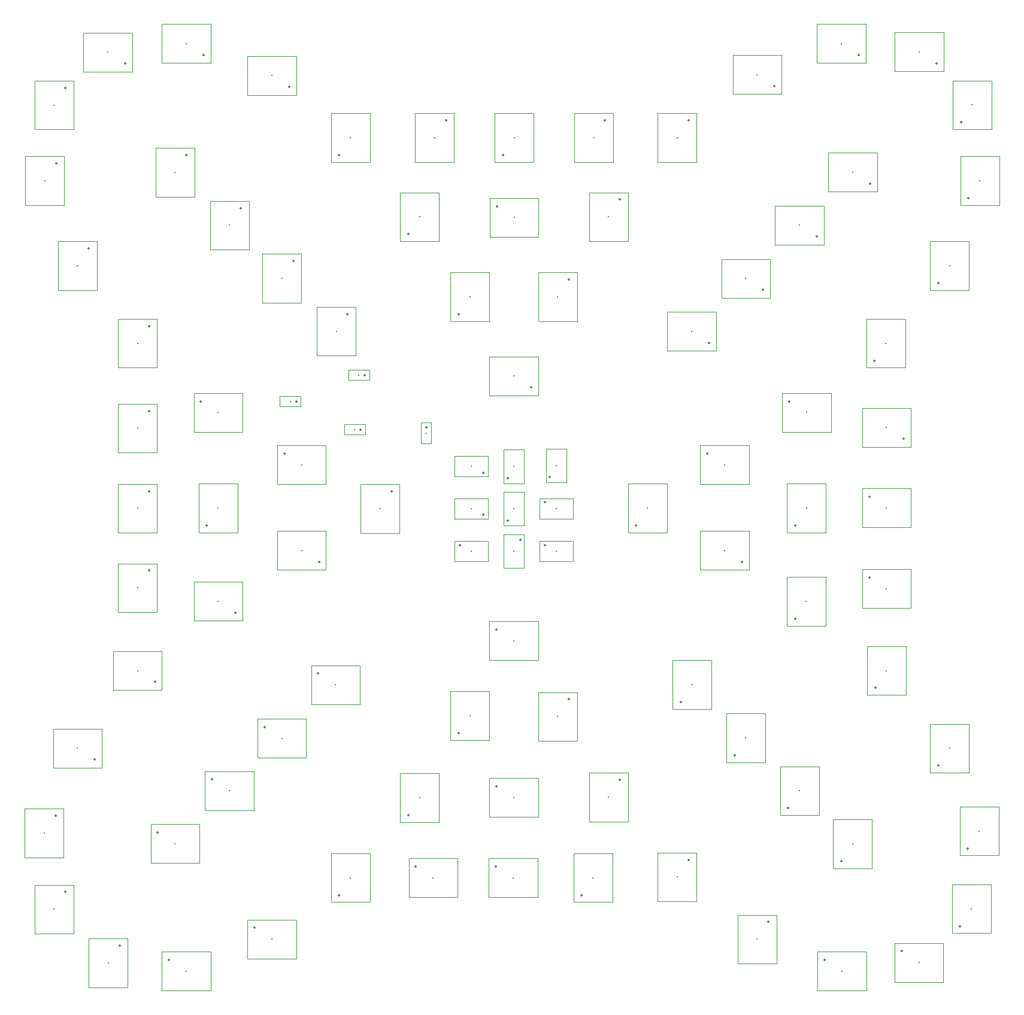
<source format=gbr>
%TF.GenerationSoftware,KiCad,Pcbnew,(6.0.5)*%
%TF.CreationDate,2022-06-08T12:49:44+02:00*%
%TF.ProjectId,FieldBoard,4669656c-6442-46f6-9172-642e6b696361,rev?*%
%TF.SameCoordinates,Original*%
%TF.FileFunction,Component,L1,Top*%
%TF.FilePolarity,Positive*%
%FSLAX46Y46*%
G04 Gerber Fmt 4.6, Leading zero omitted, Abs format (unit mm)*
G04 Created by KiCad (PCBNEW (6.0.5)) date 2022-06-08 12:49:44*
%MOMM*%
%LPD*%
G01*
G04 APERTURE LIST*
%TA.AperFunction,ComponentMain*%
%ADD10C,0.300000*%
%TD*%
%TA.AperFunction,ComponentOutline,Courtyard*%
%ADD11C,0.100000*%
%TD*%
%TA.AperFunction,ComponentPin*%
%ADD12P,0.360000X4X0.000000*%
%TD*%
%TA.AperFunction,ComponentPin*%
%ADD13C,0.000000*%
%TD*%
%TA.AperFunction,ComponentOutline,Footprint*%
%ADD14C,0.100000*%
%TD*%
G04 APERTURE END LIST*
D10*
%TO.C,"POS32"*%
%TO.CFtp,"LED_WS2812B_PLCC4_5.0x5.0mm_P3.2mm"*%
%TO.CVal,"WS2812-4020_dual"*%
%TO.CLbN,"LED_SMD"*%
%TO.CMnt,SMD*%
%TO.CRot,0*%
X132399989Y-141799996D03*
D11*
X135849988Y-144549995D02*
X128949990Y-144549995D01*
X128949990Y-139049997D01*
X135849988Y-139049997D01*
X135849988Y-144549995D01*
D12*
%TO.P,"POS32","1","VDD"*%
X129949989Y-140199996D03*
D13*
%TO.P,"POS32","2","DOUT"*%
X129949989Y-143399996D03*
%TO.P,"POS32","3","VSS"*%
X134849989Y-143399996D03*
%TO.P,"POS32","4","DIN"*%
X134849989Y-140199996D03*
%TD*%
D10*
%TO.C,"POS26"*%
%TO.CFtp,"LED_WS2812B_PLCC4_5.0x5.0mm_P3.2mm"*%
%TO.CVal,"WS2812-4020_dual"*%
%TO.CLbN,"LED_SMD"*%
%TO.CMnt,SMD*%
%TO.CRot,180*%
X196499988Y-78099996D03*
D11*
X199949987Y-80849995D02*
X193049989Y-80849995D01*
X193049989Y-75349997D01*
X199949987Y-75349997D01*
X199949987Y-80849995D01*
D12*
%TO.P,"POS26","1","VDD"*%
X198949988Y-79699996D03*
D13*
%TO.P,"POS26","2","DOUT"*%
X198949988Y-76499996D03*
%TO.P,"POS26","3","VSS"*%
X194049988Y-76499996D03*
%TO.P,"POS26","4","DIN"*%
X194049988Y-79699996D03*
%TD*%
D10*
%TO.C,"LED1"*%
%TO.CFtp,"WS2812-mini"*%
%TO.CVal,"WS2812-4020_single"*%
%TO.CLbN,"FieldBoard_footprint"*%
%TO.CMnt,TH*%
%TO.CRot,180*%
X137799992Y-83600000D03*
D14*
X140189992Y-85040000D02*
X140189992Y-82160000D01*
X135409992Y-82160000D01*
X135409992Y-85040000D01*
X140189992Y-85040000D01*
D12*
%TO.P,"LED1","1","VDD"*%
X139439992Y-84490000D03*
D13*
%TO.P,"LED1","2","DOUT"*%
X139439992Y-82710000D03*
%TO.P,"LED1","3","VSS"*%
X136159992Y-82710000D03*
%TO.P,"LED1","4","DIN"*%
X136159992Y-84490000D03*
%TD*%
D10*
%TO.C,"POS20"*%
%TO.CFtp,"LED_WS2812B_PLCC4_5.0x5.0mm_P3.2mm"*%
%TO.CVal,"WS2812-4020_dual"*%
%TO.CLbN,"LED_SMD"*%
%TO.CMnt,SMD*%
%TO.CRot,-90*%
X90599997Y-78199996D03*
D11*
X93349996Y-81649995D02*
X87849998Y-81649995D01*
X87849998Y-74749997D01*
X93349996Y-74749997D01*
X93349996Y-81649995D01*
D12*
%TO.P,"POS20","1","VDD"*%
X92199997Y-75749996D03*
D13*
%TO.P,"POS20","2","DOUT"*%
X88999997Y-75749996D03*
%TO.P,"POS20","3","VSS"*%
X88999997Y-80649996D03*
%TO.P,"POS20","4","DIN"*%
X92199997Y-80649996D03*
%TD*%
D10*
%TO.C,"POS46"*%
%TO.CFtp,"LED_WS2812B_PLCC4_5.0x5.0mm_P3.2mm"*%
%TO.CVal,"WS2812-4020_dual"*%
%TO.CLbN,"LED_SMD"*%
%TO.CMnt,SMD*%
%TO.CRot,-90*%
X157200000Y-48300000D03*
D11*
X159949999Y-51749999D02*
X154450001Y-51749999D01*
X154450001Y-44850001D01*
X159949999Y-44850001D01*
X159949999Y-51749999D01*
D12*
%TO.P,"POS46","1","VDD"*%
X158800000Y-45850000D03*
D13*
%TO.P,"POS46","2","DOUT"*%
X155600000Y-45850000D03*
%TO.P,"POS46","3","VSS"*%
X155600000Y-50750000D03*
%TO.P,"POS46","4","DIN"*%
X158800000Y-50750000D03*
%TD*%
D10*
%TO.C,"POS70"*%
%TO.CFtp,"LED_WS2812B_PLCC4_5.0x5.0mm_P3.2mm"*%
%TO.CVal,"WS2812-4020_dual"*%
%TO.CLbN,"LED_SMD"*%
%TO.CMnt,SMD*%
%TO.CRot,0*%
X143800000Y-108300000D03*
D11*
X147249999Y-111049999D02*
X140350001Y-111049999D01*
X140350001Y-105550001D01*
X147249999Y-105550001D01*
X147249999Y-111049999D01*
D12*
%TO.P,"POS70","1","VDD"*%
X141350000Y-106700000D03*
D13*
%TO.P,"POS70","2","DOUT"*%
X141350000Y-109900000D03*
%TO.P,"POS70","3","VSS"*%
X146250000Y-109900000D03*
%TO.P,"POS70","4","DIN"*%
X146250000Y-106700000D03*
%TD*%
D10*
%TO.C,"FIN2"*%
%TO.CFtp,"LED_WS2812B_PLCC4_5.0x5.0mm_P3.2mm"*%
%TO.CVal,"WS2812-4020_dual"*%
%TO.CLbN,"LED_SMD"*%
%TO.CMnt,SMD*%
%TO.CRot,-90*%
X111000000Y-57000000D03*
D11*
X113749999Y-60449999D02*
X108250001Y-60449999D01*
X108250001Y-53550001D01*
X113749999Y-53550001D01*
X113749999Y-60449999D01*
D12*
%TO.P,"FIN2","1","VDD"*%
X112600000Y-54550000D03*
D13*
%TO.P,"FIN2","2","DOUT"*%
X109400000Y-54550000D03*
%TO.P,"FIN2","3","VSS"*%
X109400000Y-59450000D03*
%TO.P,"FIN2","4","DIN"*%
X112600000Y-59450000D03*
%TD*%
D10*
%TO.C,"POS55"*%
%TO.CFtp,"LED_WS2812B_PLCC4_5.0x5.0mm_P3.2mm"*%
%TO.CVal,"WS2812-4020_dual"*%
%TO.CLbN,"LED_SMD"*%
%TO.CMnt,SMD*%
%TO.CRot,0*%
X185200000Y-76000000D03*
D11*
X188649999Y-78749999D02*
X181750001Y-78749999D01*
X181750001Y-73250001D01*
X188649999Y-73250001D01*
X188649999Y-78749999D01*
D12*
%TO.P,"POS55","1","VDD"*%
X182750000Y-74400000D03*
D13*
%TO.P,"POS55","2","DOUT"*%
X182750000Y-77600000D03*
%TO.P,"POS55","3","VSS"*%
X187650000Y-77600000D03*
%TO.P,"POS55","4","DIN"*%
X187650000Y-74400000D03*
%TD*%
D10*
%TO.C,"POS19"*%
%TO.CFtp,"LED_WS2812B_PLCC4_5.0x5.0mm_P3.2mm"*%
%TO.CVal,"WS2812-4020_dual"*%
%TO.CLbN,"LED_SMD"*%
%TO.CMnt,SMD*%
%TO.CRot,-90*%
X90599997Y-89550011D03*
D11*
X93349996Y-93000010D02*
X87849998Y-93000010D01*
X87849998Y-86100012D01*
X93349996Y-86100012D01*
X93349996Y-93000010D01*
D12*
%TO.P,"POS19","1","VDD"*%
X92199997Y-87100011D03*
D13*
%TO.P,"POS19","2","DOUT"*%
X88999997Y-87100011D03*
%TO.P,"POS19","3","VSS"*%
X88999997Y-92000011D03*
%TO.P,"POS19","4","DIN"*%
X92199997Y-92000011D03*
%TD*%
D10*
%TO.C,"POS63"*%
%TO.CFtp,"LED_WS2812B_PLCC4_5.0x5.0mm_P3.2mm"*%
%TO.CVal,"WS2812-4020_dual"*%
%TO.CLbN,"LED_SMD"*%
%TO.CMnt,SMD*%
%TO.CRot,90*%
X208500000Y-146200000D03*
D11*
X211249999Y-149649999D02*
X205750001Y-149649999D01*
X205750001Y-142750001D01*
X211249999Y-142750001D01*
X211249999Y-149649999D01*
D12*
%TO.P,"POS63","1","VDD"*%
X206900000Y-148650000D03*
D13*
%TO.P,"POS63","2","DOUT"*%
X210100000Y-148650000D03*
%TO.P,"POS63","3","VSS"*%
X210100000Y-143750000D03*
%TO.P,"POS63","4","DIN"*%
X206900000Y-143750000D03*
%TD*%
D10*
%TO.C,"R2"*%
%TO.CFtp,"R_0603_1608Metric"*%
%TO.CVal,"470R"*%
%TO.CLbN,"Resistor_SMD"*%
%TO.CMnt,SMD*%
%TO.CRot,180*%
X112200000Y-74400000D03*
D11*
X113679999Y-75129999D02*
X110720001Y-75129999D01*
X110720001Y-73670001D01*
X113679999Y-73670001D01*
X113679999Y-75129999D01*
D12*
%TO.P,"R2","1"*%
X113025000Y-74400000D03*
D13*
%TO.P,"R2","2"*%
X111375000Y-74400000D03*
%TD*%
D10*
%TO.C,"POS76"*%
%TO.CFtp,"LED_WS2812B_PLCC4_5.0x5.0mm_P3.2mm"*%
%TO.CVal,"WS2812-4020_dual"*%
%TO.CLbN,"LED_SMD"*%
%TO.CMnt,SMD*%
%TO.CRot,-90*%
X86453033Y-153867677D03*
D11*
X89203032Y-157317676D02*
X83703034Y-157317676D01*
X83703034Y-150417678D01*
X89203032Y-150417678D01*
X89203032Y-157317676D01*
D12*
%TO.P,"POS76","1","VDD"*%
X88053033Y-151417677D03*
D13*
%TO.P,"POS76","2","DOUT"*%
X84853033Y-151417677D03*
%TO.P,"POS76","3","VSS"*%
X84853033Y-156317677D03*
%TO.P,"POS76","4","DIN"*%
X88053033Y-156317677D03*
%TD*%
D10*
%TO.C,"POS17"*%
%TO.CFtp,"LED_WS2812B_PLCC4_5.0x5.0mm_P3.2mm"*%
%TO.CVal,"WS2812-4020_dual"*%
%TO.CLbN,"LED_SMD"*%
%TO.CMnt,SMD*%
%TO.CRot,90*%
X101999999Y-89499999D03*
D11*
X104749998Y-92949998D02*
X99250000Y-92949998D01*
X99250000Y-86050000D01*
X104749998Y-86050000D01*
X104749998Y-92949998D01*
D12*
%TO.P,"POS17","1","VDD"*%
X100399999Y-91949999D03*
D13*
%TO.P,"POS17","2","DOUT"*%
X103599999Y-91949999D03*
%TO.P,"POS17","3","VSS"*%
X103599999Y-87049999D03*
%TO.P,"POS17","4","DIN"*%
X100399999Y-87049999D03*
%TD*%
D10*
%TO.C,"POS56"*%
%TO.CFtp,"LED_WS2812B_PLCC4_5.0x5.0mm_P3.2mm"*%
%TO.CVal,"WS2812-4020_dual"*%
%TO.CLbN,"LED_SMD"*%
%TO.CMnt,SMD*%
%TO.CRot,0*%
X173600000Y-83400000D03*
D11*
X177049999Y-86149999D02*
X170150001Y-86149999D01*
X170150001Y-80650001D01*
X177049999Y-80650001D01*
X177049999Y-86149999D01*
D12*
%TO.P,"POS56","1","VDD"*%
X171150000Y-81800000D03*
D13*
%TO.P,"POS56","2","DOUT"*%
X171150000Y-85000000D03*
%TO.P,"POS56","3","VSS"*%
X176050000Y-85000000D03*
%TO.P,"POS56","4","DIN"*%
X176050000Y-81800000D03*
%TD*%
D10*
%TO.C,"POS54"*%
%TO.CFtp,"LED_WS2812B_PLCC4_5.0x5.0mm_P3.2mm"*%
%TO.CVal,"WS2812-4020_dual"*%
%TO.CLbN,"LED_SMD"*%
%TO.CMnt,SMD*%
%TO.CRot,90*%
X196400000Y-66200000D03*
D11*
X199149999Y-69649999D02*
X193650001Y-69649999D01*
X193650001Y-62750001D01*
X199149999Y-62750001D01*
X199149999Y-69649999D01*
D12*
%TO.P,"POS54","1","VDD"*%
X194800000Y-68650000D03*
D13*
%TO.P,"POS54","2","DOUT"*%
X198000000Y-68650000D03*
%TO.P,"POS54","3","VSS"*%
X198000000Y-63750000D03*
%TO.P,"POS54","4","DIN"*%
X194800000Y-63750000D03*
%TD*%
D10*
%TO.C,"POS52"*%
%TO.CFtp,"LED_WS2812B_PLCC4_5.0x5.0mm_P3.2mm"*%
%TO.CVal,"WS2812-4020_dual"*%
%TO.CLbN,"LED_SMD"*%
%TO.CMnt,SMD*%
%TO.CRot,90*%
X209700000Y-43200000D03*
D11*
X212449999Y-46649999D02*
X206950001Y-46649999D01*
X206950001Y-39750001D01*
X212449999Y-39750001D01*
X212449999Y-46649999D01*
D12*
%TO.P,"POS52","1","VDD"*%
X208100000Y-45650000D03*
D13*
%TO.P,"POS52","2","DOUT"*%
X211300000Y-45650000D03*
%TO.P,"POS52","3","VSS"*%
X211300000Y-40750000D03*
%TO.P,"POS52","4","DIN"*%
X208100000Y-40750000D03*
%TD*%
D10*
%TO.C,"R3"*%
%TO.CFtp,"R_0603_1608Metric"*%
%TO.CVal,"470R"*%
%TO.CLbN,"Resistor_SMD"*%
%TO.CMnt,SMD*%
%TO.CRot,-90*%
X131400000Y-78900000D03*
D11*
X132129999Y-80379999D02*
X130670001Y-80379999D01*
X130670001Y-77420001D01*
X132129999Y-77420001D01*
X132129999Y-80379999D01*
D12*
%TO.P,"R3","1"*%
X131400000Y-78075000D03*
D13*
%TO.P,"R3","2"*%
X131400000Y-79725000D03*
%TD*%
D10*
%TO.C,"POS31"*%
%TO.CFtp,"LED_WS2812B_PLCC4_5.0x5.0mm_P3.2mm"*%
%TO.CVal,"WS2812-4020_dual"*%
%TO.CLbN,"LED_SMD"*%
%TO.CMnt,SMD*%
%TO.CRot,0*%
X143696969Y-141799996D03*
D11*
X147146968Y-144549995D02*
X140246970Y-144549995D01*
X140246970Y-139049997D01*
X147146968Y-139049997D01*
X147146968Y-144549995D01*
D12*
%TO.P,"POS31","1","VDD"*%
X141246969Y-140199996D03*
D13*
%TO.P,"POS31","2","DOUT"*%
X141246969Y-143399996D03*
%TO.P,"POS31","3","VSS"*%
X146146969Y-143399996D03*
%TO.P,"POS31","4","DIN"*%
X146146969Y-140199996D03*
%TD*%
D10*
%TO.C,"POS18"*%
%TO.CFtp,"LED_WS2812B_PLCC4_5.0x5.0mm_P3.2mm"*%
%TO.CVal,"WS2812-4020_dual"*%
%TO.CLbN,"LED_SMD"*%
%TO.CMnt,SMD*%
%TO.CRot,-90*%
X90599997Y-100800000D03*
D11*
X93349996Y-104249999D02*
X87849998Y-104249999D01*
X87849998Y-97350001D01*
X93349996Y-97350001D01*
X93349996Y-104249999D01*
D12*
%TO.P,"POS18","1","VDD"*%
X92199997Y-98350000D03*
D13*
%TO.P,"POS18","2","DOUT"*%
X88999997Y-98350000D03*
%TO.P,"POS18","3","VSS"*%
X88999997Y-103250000D03*
%TO.P,"POS18","4","DIN"*%
X92199997Y-103250000D03*
%TD*%
D10*
%TO.C,"POS50"*%
%TO.CFtp,"LED_WS2812B_PLCC4_5.0x5.0mm_P3.2mm"*%
%TO.CVal,"WS2812-4020_dual"*%
%TO.CLbN,"LED_SMD"*%
%TO.CMnt,SMD*%
%TO.CRot,180*%
X201100000Y-24967677D03*
D11*
X204549999Y-27717676D02*
X197650001Y-27717676D01*
X197650001Y-22217678D01*
X204549999Y-22217678D01*
X204549999Y-27717676D01*
D12*
%TO.P,"POS50","1","VDD"*%
X203550000Y-26567677D03*
D13*
%TO.P,"POS50","2","DOUT"*%
X203550000Y-23367677D03*
%TO.P,"POS50","3","VSS"*%
X198650000Y-23367677D03*
%TO.P,"POS50","4","DIN"*%
X198650000Y-26567677D03*
%TD*%
D10*
%TO.C,"LED9"*%
%TO.CFtp,"WS2812-mini"*%
%TO.CVal,"WS2812-4020_single"*%
%TO.CLbN,"FieldBoard_footprint"*%
%TO.CMnt,TH*%
%TO.CRot,90*%
X143799992Y-89608838D03*
D14*
X142359992Y-91998838D02*
X145239992Y-91998838D01*
X145239992Y-87218838D01*
X142359992Y-87218838D01*
X142359992Y-91998838D01*
D12*
%TO.P,"LED9","1","VDD"*%
X142909992Y-91248838D03*
D13*
%TO.P,"LED9","2","DOUT"*%
X144689992Y-91248838D03*
%TO.P,"LED9","3","VSS"*%
X144689992Y-87968838D03*
%TO.P,"LED9","4","DIN"*%
X142909992Y-87968838D03*
%TD*%
D10*
%TO.C,"POS40"*%
%TO.CFtp,"LED_WS2812B_PLCC4_5.0x5.0mm_P3.2mm"*%
%TO.CVal,"WS2812-4020_dual"*%
%TO.CLbN,"LED_SMD"*%
%TO.CMnt,SMD*%
%TO.CRot,180*%
X109600000Y-28300000D03*
D11*
X113049999Y-31049999D02*
X106150001Y-31049999D01*
X106150001Y-25550001D01*
X113049999Y-25550001D01*
X113049999Y-31049999D01*
D12*
%TO.P,"POS40","1","VDD"*%
X112050000Y-29900000D03*
D13*
%TO.P,"POS40","2","DOUT"*%
X112050000Y-26700000D03*
%TO.P,"POS40","3","VSS"*%
X107150000Y-26700000D03*
%TO.P,"POS40","4","DIN"*%
X107150000Y-29900000D03*
%TD*%
D10*
%TO.C,"POS53"*%
%TO.CFtp,"LED_WS2812B_PLCC4_5.0x5.0mm_P3.2mm"*%
%TO.CVal,"WS2812-4020_dual"*%
%TO.CLbN,"LED_SMD"*%
%TO.CMnt,SMD*%
%TO.CRot,90*%
X205400000Y-55200000D03*
D11*
X208149999Y-58649999D02*
X202650001Y-58649999D01*
X202650001Y-51750001D01*
X208149999Y-51750001D01*
X208149999Y-58649999D01*
D12*
%TO.P,"POS53","1","VDD"*%
X203800000Y-57650000D03*
D13*
%TO.P,"POS53","2","DOUT"*%
X207000000Y-57650000D03*
%TO.P,"POS53","3","VSS"*%
X207000000Y-52750000D03*
%TO.P,"POS53","4","DIN"*%
X203800000Y-52750000D03*
%TD*%
D10*
%TO.C,"LED7"*%
%TO.CFtp,"WS2812-mini"*%
%TO.CVal,"WS2812-4020_single"*%
%TO.CLbN,"FieldBoard_footprint"*%
%TO.CMnt,TH*%
%TO.CRot,0*%
X137799992Y-95608851D03*
D14*
X135409992Y-94168851D02*
X135409992Y-97048851D01*
X140189992Y-97048851D01*
X140189992Y-94168851D01*
X135409992Y-94168851D01*
D12*
%TO.P,"LED7","1","VDD"*%
X136159992Y-94718851D03*
D13*
%TO.P,"LED7","2","DOUT"*%
X136159992Y-96498851D03*
%TO.P,"LED7","3","VSS"*%
X139439992Y-96498851D03*
%TO.P,"LED7","4","DIN"*%
X139439992Y-94718851D03*
%TD*%
D10*
%TO.C,"POS24"*%
%TO.CFtp,"LED_WS2812B_PLCC4_5.0x5.0mm_P3.2mm"*%
%TO.CVal,"WS2812-4020_dual"*%
%TO.CLbN,"LED_SMD"*%
%TO.CMnt,SMD*%
%TO.CRot,-90*%
X155099995Y-37100000D03*
D11*
X157849994Y-40549999D02*
X152349996Y-40549999D01*
X152349996Y-33650001D01*
X157849994Y-33650001D01*
X157849994Y-40549999D01*
D12*
%TO.P,"POS24","1","VDD"*%
X156699995Y-34650000D03*
D13*
%TO.P,"POS24","2","DOUT"*%
X153499995Y-34650000D03*
%TO.P,"POS24","3","VSS"*%
X153499995Y-39550000D03*
%TO.P,"POS24","4","DIN"*%
X156699995Y-39550000D03*
%TD*%
D10*
%TO.C,"POS80"*%
%TO.CFtp,"LED_WS2812B_PLCC4_5.0x5.0mm_P3.2mm"*%
%TO.CVal,"WS2812-4020_dual"*%
%TO.CLbN,"LED_SMD"*%
%TO.CMnt,SMD*%
%TO.CRot,180*%
X90600000Y-112500000D03*
D11*
X94049999Y-115249999D02*
X87150001Y-115249999D01*
X87150001Y-109750001D01*
X94049999Y-109750001D01*
X94049999Y-115249999D01*
D12*
%TO.P,"POS80","1","VDD"*%
X93050000Y-114100000D03*
D13*
%TO.P,"POS80","2","DOUT"*%
X93050000Y-110900000D03*
%TO.P,"POS80","3","VSS"*%
X88150000Y-110900000D03*
%TO.P,"POS80","4","DIN"*%
X88150000Y-114100000D03*
%TD*%
D10*
%TO.C,"POS47"*%
%TO.CFtp,"LED_WS2812B_PLCC4_5.0x5.0mm_P3.2mm"*%
%TO.CVal,"WS2812-4020_dual"*%
%TO.CLbN,"LED_SMD"*%
%TO.CMnt,SMD*%
%TO.CRot,-90*%
X166900000Y-37100000D03*
D11*
X169649999Y-40549999D02*
X164150001Y-40549999D01*
X164150001Y-33650001D01*
X169649999Y-33650001D01*
X169649999Y-40549999D01*
D12*
%TO.P,"POS47","1","VDD"*%
X168500000Y-34650000D03*
D13*
%TO.P,"POS47","2","DOUT"*%
X165300000Y-34650000D03*
%TO.P,"POS47","3","VSS"*%
X165300000Y-39550000D03*
%TO.P,"POS47","4","DIN"*%
X168500000Y-39550000D03*
%TD*%
D10*
%TO.C,"POS30"*%
%TO.CFtp,"LED_WS2812B_PLCC4_5.0x5.0mm_P3.2mm"*%
%TO.CVal,"WS2812-4020_dual"*%
%TO.CLbN,"LED_SMD"*%
%TO.CMnt,SMD*%
%TO.CRot,90*%
X154999995Y-141799996D03*
D11*
X157749994Y-145249995D02*
X152249996Y-145249995D01*
X152249996Y-138349997D01*
X157749994Y-138349997D01*
X157749994Y-145249995D01*
D12*
%TO.P,"POS30","1","VDD"*%
X153399995Y-144249996D03*
D13*
%TO.P,"POS30","2","DOUT"*%
X156599995Y-144249996D03*
%TO.P,"POS30","3","VSS"*%
X156599995Y-139349996D03*
%TO.P,"POS30","4","DIN"*%
X153399995Y-139349996D03*
%TD*%
D10*
%TO.C,"FIN8"*%
%TO.CFtp,"LED_WS2812B_PLCC4_5.0x5.0mm_P3.2mm"*%
%TO.CVal,"WS2812-4020_dual"*%
%TO.CLbN,"LED_SMD"*%
%TO.CMnt,SMD*%
%TO.CRot,180*%
X191700000Y-42000000D03*
D11*
X195149999Y-44749999D02*
X188250001Y-44749999D01*
X188250001Y-39250001D01*
X195149999Y-39250001D01*
X195149999Y-44749999D01*
D12*
%TO.P,"FIN8","1","VDD"*%
X194150000Y-43600000D03*
D13*
%TO.P,"FIN8","2","DOUT"*%
X194150000Y-40400000D03*
%TO.P,"FIN8","3","VSS"*%
X189250000Y-40400000D03*
%TO.P,"FIN8","4","DIN"*%
X189250000Y-43600000D03*
%TD*%
D10*
%TO.C,"FIN12"*%
%TO.CFtp,"LED_WS2812B_PLCC4_5.0x5.0mm_P3.2mm"*%
%TO.CVal,"WS2812-4020_dual"*%
%TO.CLbN,"LED_SMD"*%
%TO.CMnt,SMD*%
%TO.CRot,90*%
X191700000Y-137000000D03*
D11*
X194449999Y-140449999D02*
X188950001Y-140449999D01*
X188950001Y-133550001D01*
X194449999Y-133550001D01*
X194449999Y-140449999D01*
D12*
%TO.P,"FIN12","1","VDD"*%
X190100000Y-139450000D03*
D13*
%TO.P,"FIN12","2","DOUT"*%
X193300000Y-139450000D03*
%TO.P,"FIN12","3","VSS"*%
X193300000Y-134550000D03*
%TO.P,"FIN12","4","DIN"*%
X190100000Y-134550000D03*
%TD*%
D10*
%TO.C,"FIN16"*%
%TO.CFtp,"LED_WS2812B_PLCC4_5.0x5.0mm_P3.2mm"*%
%TO.CVal,"WS2812-4020_dual"*%
%TO.CLbN,"LED_SMD"*%
%TO.CMnt,SMD*%
%TO.CRot,0*%
X95900000Y-137000000D03*
D11*
X99349999Y-139749999D02*
X92450001Y-139749999D01*
X92450001Y-134250001D01*
X99349999Y-134250001D01*
X99349999Y-139749999D01*
D12*
%TO.P,"FIN16","1","VDD"*%
X93450000Y-135400000D03*
D13*
%TO.P,"FIN16","2","DOUT"*%
X93450000Y-138600000D03*
%TO.P,"FIN16","3","VSS"*%
X98350000Y-138600000D03*
%TO.P,"FIN16","4","DIN"*%
X98350000Y-135400000D03*
%TD*%
D10*
%TO.C,"FIN11"*%
%TO.CFtp,"LED_WS2812B_PLCC4_5.0x5.0mm_P3.2mm"*%
%TO.CVal,"WS2812-4020_dual"*%
%TO.CLbN,"LED_SMD"*%
%TO.CMnt,SMD*%
%TO.CRot,90*%
X184200000Y-129500000D03*
D11*
X186949999Y-132949999D02*
X181450001Y-132949999D01*
X181450001Y-126050001D01*
X186949999Y-126050001D01*
X186949999Y-132949999D01*
D12*
%TO.P,"FIN11","1","VDD"*%
X182600000Y-131950000D03*
D13*
%TO.P,"FIN11","2","DOUT"*%
X185800000Y-131950000D03*
%TO.P,"FIN11","3","VSS"*%
X185800000Y-127050000D03*
%TO.P,"FIN11","4","DIN"*%
X182600000Y-127050000D03*
%TD*%
D10*
%TO.C,"POS27"*%
%TO.CFtp,"LED_WS2812B_PLCC4_5.0x5.0mm_P3.2mm"*%
%TO.CVal,"WS2812-4020_dual"*%
%TO.CLbN,"LED_SMD"*%
%TO.CMnt,SMD*%
%TO.CRot,0*%
X196499988Y-89496976D03*
D11*
X199949987Y-92246975D02*
X193049989Y-92246975D01*
X193049989Y-86746977D01*
X199949987Y-86746977D01*
X199949987Y-92246975D01*
D12*
%TO.P,"POS27","1","VDD"*%
X194049988Y-87896976D03*
D13*
%TO.P,"POS27","2","DOUT"*%
X194049988Y-91096976D03*
%TO.P,"POS27","3","VSS"*%
X198949988Y-91096976D03*
%TO.P,"POS27","4","DIN"*%
X198949988Y-87896976D03*
%TD*%
D10*
%TO.C,"POS77"*%
%TO.CFtp,"LED_WS2812B_PLCC4_5.0x5.0mm_P3.2mm"*%
%TO.CVal,"WS2812-4020_dual"*%
%TO.CLbN,"LED_SMD"*%
%TO.CMnt,SMD*%
%TO.CRot,-90*%
X78800000Y-146267677D03*
D11*
X81549999Y-149717676D02*
X76050001Y-149717676D01*
X76050001Y-142817678D01*
X81549999Y-142817678D01*
X81549999Y-149717676D01*
D12*
%TO.P,"POS77","1","VDD"*%
X80400000Y-143817677D03*
D13*
%TO.P,"POS77","2","DOUT"*%
X77200000Y-143817677D03*
%TO.P,"POS77","3","VSS"*%
X77200000Y-148717677D03*
%TO.P,"POS77","4","DIN"*%
X80400000Y-148717677D03*
%TD*%
D10*
%TO.C,"FIN7"*%
%TO.CFtp,"LED_WS2812B_PLCC4_5.0x5.0mm_P3.2mm"*%
%TO.CVal,"WS2812-4020_dual"*%
%TO.CLbN,"LED_SMD"*%
%TO.CMnt,SMD*%
%TO.CRot,180*%
X184200000Y-49500000D03*
D11*
X187649999Y-52249999D02*
X180750001Y-52249999D01*
X180750001Y-46750001D01*
X187649999Y-46750001D01*
X187649999Y-52249999D01*
D12*
%TO.P,"FIN7","1","VDD"*%
X186650000Y-51100000D03*
D13*
%TO.P,"FIN7","2","DOUT"*%
X186650000Y-47900000D03*
%TO.P,"FIN7","3","VSS"*%
X181750000Y-47900000D03*
%TO.P,"FIN7","4","DIN"*%
X181750000Y-51100000D03*
%TD*%
D10*
%TO.C,"POS23"*%
%TO.CFtp,"LED_WS2812B_PLCC4_5.0x5.0mm_P3.2mm"*%
%TO.CVal,"WS2812-4020_dual"*%
%TO.CLbN,"LED_SMD"*%
%TO.CMnt,SMD*%
%TO.CRot,90*%
X143850004Y-37100000D03*
D11*
X146600003Y-40549999D02*
X141100005Y-40549999D01*
X141100005Y-33650001D01*
X146600003Y-33650001D01*
X146600003Y-40549999D01*
D12*
%TO.P,"POS23","1","VDD"*%
X142250004Y-39550000D03*
D13*
%TO.P,"POS23","2","DOUT"*%
X145450004Y-39550000D03*
%TO.P,"POS23","3","VSS"*%
X145450004Y-34650000D03*
%TO.P,"POS23","4","DIN"*%
X142250004Y-34650000D03*
%TD*%
D10*
%TO.C,"POS45"*%
%TO.CFtp,"LED_WS2812B_PLCC4_5.0x5.0mm_P3.2mm"*%
%TO.CVal,"WS2812-4020_dual"*%
%TO.CLbN,"LED_SMD"*%
%TO.CMnt,SMD*%
%TO.CRot,-90*%
X150000000Y-59600000D03*
D11*
X152749999Y-63049999D02*
X147250001Y-63049999D01*
X147250001Y-56150001D01*
X152749999Y-56150001D01*
X152749999Y-63049999D01*
D12*
%TO.P,"POS45","1","VDD"*%
X151600000Y-57150000D03*
D13*
%TO.P,"POS45","2","DOUT"*%
X148400000Y-57150000D03*
%TO.P,"POS45","3","VSS"*%
X148400000Y-62050000D03*
%TO.P,"POS45","4","DIN"*%
X151600000Y-62050000D03*
%TD*%
D10*
%TO.C,"FIN5"*%
%TO.CFtp,"LED_WS2812B_PLCC4_5.0x5.0mm_P3.2mm"*%
%TO.CVal,"WS2812-4020_dual"*%
%TO.CLbN,"LED_SMD"*%
%TO.CMnt,SMD*%
%TO.CRot,180*%
X168950000Y-64500000D03*
D11*
X172399999Y-67249999D02*
X165500001Y-67249999D01*
X165500001Y-61750001D01*
X172399999Y-61750001D01*
X172399999Y-67249999D01*
D12*
%TO.P,"FIN5","1","VDD"*%
X171400000Y-66100000D03*
D13*
%TO.P,"FIN5","2","DOUT"*%
X171400000Y-62900000D03*
%TO.P,"FIN5","3","VSS"*%
X166500000Y-62900000D03*
%TO.P,"FIN5","4","DIN"*%
X166500000Y-66100000D03*
%TD*%
D10*
%TO.C,"POS72"*%
%TO.CFtp,"LED_WS2812B_PLCC4_5.0x5.0mm_P3.2mm"*%
%TO.CVal,"WS2812-4020_dual"*%
%TO.CLbN,"LED_SMD"*%
%TO.CMnt,SMD*%
%TO.CRot,90*%
X130500000Y-130500000D03*
D11*
X133249999Y-133949999D02*
X127750001Y-133949999D01*
X127750001Y-127050001D01*
X133249999Y-127050001D01*
X133249999Y-133949999D01*
D12*
%TO.P,"POS72","1","VDD"*%
X128900000Y-132950000D03*
D13*
%TO.P,"POS72","2","DOUT"*%
X132100000Y-132950000D03*
%TO.P,"POS72","3","VSS"*%
X132100000Y-128050000D03*
%TO.P,"POS72","4","DIN"*%
X128900000Y-128050000D03*
%TD*%
D10*
%TO.C,"POS61"*%
%TO.CFtp,"LED_WS2812B_PLCC4_5.0x5.0mm_P3.2mm"*%
%TO.CVal,"WS2812-4020_dual"*%
%TO.CLbN,"LED_SMD"*%
%TO.CMnt,SMD*%
%TO.CRot,90*%
X205399996Y-123500000D03*
D11*
X208149995Y-126949999D02*
X202649997Y-126949999D01*
X202649997Y-120050001D01*
X208149995Y-120050001D01*
X208149995Y-126949999D01*
D12*
%TO.P,"POS61","1","VDD"*%
X203799996Y-125950000D03*
D13*
%TO.P,"POS61","2","DOUT"*%
X206999996Y-125950000D03*
%TO.P,"POS61","3","VSS"*%
X206999996Y-121050000D03*
%TO.P,"POS61","4","DIN"*%
X203799996Y-121050000D03*
%TD*%
D10*
%TO.C,"POS29"*%
%TO.CFtp,"LED_WS2812B_PLCC4_5.0x5.0mm_P3.2mm"*%
%TO.CVal,"WS2812-4020_dual"*%
%TO.CLbN,"LED_SMD"*%
%TO.CMnt,SMD*%
%TO.CRot,0*%
X143799992Y-130482315D03*
D11*
X147249991Y-133232314D02*
X140349993Y-133232314D01*
X140349993Y-127732316D01*
X147249991Y-127732316D01*
X147249991Y-133232314D01*
D12*
%TO.P,"POS29","1","VDD"*%
X141349992Y-128882315D03*
D13*
%TO.P,"POS29","2","DOUT"*%
X141349992Y-132082315D03*
%TO.P,"POS29","3","VSS"*%
X146249992Y-132082315D03*
%TO.P,"POS29","4","DIN"*%
X146249992Y-128882315D03*
%TD*%
D10*
%TO.C,"LED8"*%
%TO.CFtp,"WS2812-mini"*%
%TO.CVal,"WS2812-4020_single"*%
%TO.CLbN,"FieldBoard_footprint"*%
%TO.CMnt,TH*%
%TO.CRot,180*%
X137799992Y-89558851D03*
D14*
X140189992Y-90998851D02*
X140189992Y-88118851D01*
X135409992Y-88118851D01*
X135409992Y-90998851D01*
X140189992Y-90998851D01*
D12*
%TO.P,"LED8","1","VDD"*%
X139439992Y-90448851D03*
D13*
%TO.P,"LED8","2","DOUT"*%
X139439992Y-88668851D03*
%TO.P,"LED8","3","VSS"*%
X136159992Y-88668851D03*
%TO.P,"LED8","4","DIN"*%
X136159992Y-90448851D03*
%TD*%
D10*
%TO.C,"FIN14"*%
%TO.CFtp,"LED_WS2812B_PLCC4_5.0x5.0mm_P3.2mm"*%
%TO.CVal,"WS2812-4020_dual"*%
%TO.CLbN,"LED_SMD"*%
%TO.CMnt,SMD*%
%TO.CRot,0*%
X111000000Y-122100000D03*
D11*
X114449999Y-124849999D02*
X107550001Y-124849999D01*
X107550001Y-119350001D01*
X114449999Y-119350001D01*
X114449999Y-124849999D01*
D12*
%TO.P,"FIN14","1","VDD"*%
X108550000Y-120500000D03*
D13*
%TO.P,"FIN14","2","DOUT"*%
X108550000Y-123700000D03*
%TO.P,"FIN14","3","VSS"*%
X113450000Y-123700000D03*
%TO.P,"FIN14","4","DIN"*%
X113450000Y-120500000D03*
%TD*%
D10*
%TO.C,"POS48"*%
%TO.CFtp,"LED_WS2812B_PLCC4_5.0x5.0mm_P3.2mm"*%
%TO.CVal,"WS2812-4020_dual"*%
%TO.CLbN,"LED_SMD"*%
%TO.CMnt,SMD*%
%TO.CRot,180*%
X178200000Y-28200000D03*
D11*
X181649999Y-30949999D02*
X174750001Y-30949999D01*
X174750001Y-25450001D01*
X181649999Y-25450001D01*
X181649999Y-30949999D01*
D12*
%TO.P,"POS48","1","VDD"*%
X180650000Y-29800000D03*
D13*
%TO.P,"POS48","2","DOUT"*%
X180650000Y-26600000D03*
%TO.P,"POS48","3","VSS"*%
X175750000Y-26600000D03*
%TO.P,"POS48","4","DIN"*%
X175750000Y-29800000D03*
%TD*%
D10*
%TO.C,"POS41"*%
%TO.CFtp,"LED_WS2812B_PLCC4_5.0x5.0mm_P3.2mm"*%
%TO.CVal,"WS2812-4020_dual"*%
%TO.CLbN,"LED_SMD"*%
%TO.CMnt,SMD*%
%TO.CRot,90*%
X120700000Y-37100000D03*
D11*
X123449999Y-40549999D02*
X117950001Y-40549999D01*
X117950001Y-33650001D01*
X123449999Y-33650001D01*
X123449999Y-40549999D01*
D12*
%TO.P,"POS41","1","VDD"*%
X119100000Y-39550000D03*
D13*
%TO.P,"POS41","2","DOUT"*%
X122300000Y-39550000D03*
%TO.P,"POS41","3","VSS"*%
X122300000Y-34650000D03*
%TO.P,"POS41","4","DIN"*%
X119100000Y-34650000D03*
%TD*%
D10*
%TO.C,"FIN3"*%
%TO.CFtp,"LED_WS2812B_PLCC4_5.0x5.0mm_P3.2mm"*%
%TO.CVal,"WS2812-4020_dual"*%
%TO.CLbN,"LED_SMD"*%
%TO.CMnt,SMD*%
%TO.CRot,-90*%
X103600000Y-49500000D03*
D11*
X106349999Y-52949999D02*
X100850001Y-52949999D01*
X100850001Y-46050001D01*
X106349999Y-46050001D01*
X106349999Y-52949999D01*
D12*
%TO.P,"FIN3","1","VDD"*%
X105200000Y-47050000D03*
D13*
%TO.P,"FIN3","2","DOUT"*%
X102000000Y-47050000D03*
%TO.P,"FIN3","3","VSS"*%
X102000000Y-51950000D03*
%TO.P,"FIN3","4","DIN"*%
X105200000Y-51950000D03*
%TD*%
D10*
%TO.C,"POS33"*%
%TO.CFtp,"LED_WS2812B_PLCC4_5.0x5.0mm_P3.2mm"*%
%TO.CVal,"WS2812-4020_dual"*%
%TO.CLbN,"LED_SMD"*%
%TO.CMnt,SMD*%
%TO.CRot,0*%
X101999999Y-76000000D03*
D11*
X105449998Y-78749999D02*
X98550000Y-78749999D01*
X98550000Y-73250001D01*
X105449998Y-73250001D01*
X105449998Y-78749999D01*
D12*
%TO.P,"POS33","1","VDD"*%
X99549999Y-74400000D03*
D13*
%TO.P,"POS33","2","DOUT"*%
X99549999Y-77600000D03*
%TO.P,"POS33","3","VSS"*%
X104449999Y-77600000D03*
%TO.P,"POS33","4","DIN"*%
X104449999Y-74400000D03*
%TD*%
D10*
%TO.C,"LED3"*%
%TO.CFtp,"WS2812-mini"*%
%TO.CVal,"WS2812-4020_single"*%
%TO.CLbN,"FieldBoard_footprint"*%
%TO.CMnt,TH*%
%TO.CRot,90*%
X149799992Y-83491172D03*
D14*
X148359992Y-85881172D02*
X151239992Y-85881172D01*
X151239992Y-81101172D01*
X148359992Y-81101172D01*
X148359992Y-85881172D01*
D12*
%TO.P,"LED3","1","VDD"*%
X148909992Y-85131172D03*
D13*
%TO.P,"LED3","2","DOUT"*%
X150689992Y-85131172D03*
%TO.P,"LED3","3","VSS"*%
X150689992Y-81851172D03*
%TO.P,"LED3","4","DIN"*%
X148909992Y-81851172D03*
%TD*%
D10*
%TO.C,"POS69"*%
%TO.CFtp,"LED_WS2812B_PLCC4_5.0x5.0mm_P3.2mm"*%
%TO.CVal,"WS2812-4020_dual"*%
%TO.CLbN,"LED_SMD"*%
%TO.CMnt,SMD*%
%TO.CRot,-90*%
X150000000Y-119000000D03*
D11*
X152749999Y-122449999D02*
X147250001Y-122449999D01*
X147250001Y-115550001D01*
X152749999Y-115550001D01*
X152749999Y-122449999D01*
D12*
%TO.P,"POS69","1","VDD"*%
X151600000Y-116550000D03*
D13*
%TO.P,"POS69","2","DOUT"*%
X148400000Y-116550000D03*
%TO.P,"POS69","3","VSS"*%
X148400000Y-121450000D03*
%TO.P,"POS69","4","DIN"*%
X151600000Y-121450000D03*
%TD*%
D10*
%TO.C,"POS84"*%
%TO.CFtp,"LED_WS2812B_PLCC4_5.0x5.0mm_P3.2mm"*%
%TO.CVal,"WS2812-4020_dual"*%
%TO.CLbN,"LED_SMD"*%
%TO.CMnt,SMD*%
%TO.CRot,0*%
X113800000Y-83400000D03*
D11*
X117249999Y-86149999D02*
X110350001Y-86149999D01*
X110350001Y-80650001D01*
X117249999Y-80650001D01*
X117249999Y-86149999D01*
D12*
%TO.P,"POS84","1","VDD"*%
X111350000Y-81800000D03*
D13*
%TO.P,"POS84","2","DOUT"*%
X111350000Y-85000000D03*
%TO.P,"POS84","3","VSS"*%
X116250000Y-85000000D03*
%TO.P,"POS84","4","DIN"*%
X116250000Y-81800000D03*
%TD*%
D10*
%TO.C,"POS79"*%
%TO.CFtp,"LED_WS2812B_PLCC4_5.0x5.0mm_P3.2mm"*%
%TO.CVal,"WS2812-4020_dual"*%
%TO.CLbN,"LED_SMD"*%
%TO.CMnt,SMD*%
%TO.CRot,180*%
X82100000Y-123500000D03*
D11*
X85549999Y-126249999D02*
X78650001Y-126249999D01*
X78650001Y-120750001D01*
X85549999Y-120750001D01*
X85549999Y-126249999D01*
D12*
%TO.P,"POS79","1","VDD"*%
X84550000Y-125100000D03*
D13*
%TO.P,"POS79","2","DOUT"*%
X84550000Y-121900000D03*
%TO.P,"POS79","3","VSS"*%
X79650000Y-121900000D03*
%TO.P,"POS79","4","DIN"*%
X79650000Y-125100000D03*
%TD*%
D10*
%TO.C,"POS78"*%
%TO.CFtp,"LED_WS2812B_PLCC4_5.0x5.0mm_P3.2mm"*%
%TO.CVal,"WS2812-4020_dual"*%
%TO.CLbN,"LED_SMD"*%
%TO.CMnt,SMD*%
%TO.CRot,-90*%
X77400000Y-135500000D03*
D11*
X80149999Y-138949999D02*
X74650001Y-138949999D01*
X74650001Y-132050001D01*
X80149999Y-132050001D01*
X80149999Y-138949999D01*
D12*
%TO.P,"POS78","1","VDD"*%
X79000000Y-133050000D03*
D13*
%TO.P,"POS78","2","DOUT"*%
X75800000Y-133050000D03*
%TO.P,"POS78","3","VSS"*%
X75800000Y-137950000D03*
%TO.P,"POS78","4","DIN"*%
X79000000Y-137950000D03*
%TD*%
D10*
%TO.C,"POS64"*%
%TO.CFtp,"LED_WS2812B_PLCC4_5.0x5.0mm_P3.2mm"*%
%TO.CVal,"WS2812-4020_dual"*%
%TO.CLbN,"LED_SMD"*%
%TO.CMnt,SMD*%
%TO.CRot,0*%
X201082322Y-153800000D03*
D11*
X204532321Y-156549999D02*
X197632323Y-156549999D01*
X197632323Y-151050001D01*
X204532321Y-151050001D01*
X204532321Y-156549999D01*
D12*
%TO.P,"POS64","1","VDD"*%
X198632322Y-152200000D03*
D13*
%TO.P,"POS64","2","DOUT"*%
X198632322Y-155400000D03*
%TO.P,"POS64","3","VSS"*%
X203532322Y-155400000D03*
%TO.P,"POS64","4","DIN"*%
X203532322Y-152200000D03*
%TD*%
D10*
%TO.C,"POS43"*%
%TO.CFtp,"LED_WS2812B_PLCC4_5.0x5.0mm_P3.2mm"*%
%TO.CVal,"WS2812-4020_dual"*%
%TO.CLbN,"LED_SMD"*%
%TO.CMnt,SMD*%
%TO.CRot,90*%
X137600000Y-59600000D03*
D11*
X140349999Y-63049999D02*
X134850001Y-63049999D01*
X134850001Y-56150001D01*
X140349999Y-56150001D01*
X140349999Y-63049999D01*
D12*
%TO.P,"POS43","1","VDD"*%
X136000000Y-62050000D03*
D13*
%TO.P,"POS43","2","DOUT"*%
X139200000Y-62050000D03*
%TO.P,"POS43","3","VSS"*%
X139200000Y-57150000D03*
%TO.P,"POS43","4","DIN"*%
X136000000Y-57150000D03*
%TD*%
D10*
%TO.C,"POS21"*%
%TO.CFtp,"LED_WS2812B_PLCC4_5.0x5.0mm_P3.2mm"*%
%TO.CVal,"WS2812-4020_dual"*%
%TO.CLbN,"LED_SMD"*%
%TO.CMnt,SMD*%
%TO.CRot,0*%
X143850004Y-48400005D03*
D11*
X147300003Y-51150004D02*
X140400005Y-51150004D01*
X140400005Y-45650006D01*
X147300003Y-45650006D01*
X147300003Y-51150004D01*
D12*
%TO.P,"POS21","1","VDD"*%
X141400004Y-46800005D03*
D13*
%TO.P,"POS21","2","DOUT"*%
X141400004Y-50000005D03*
%TO.P,"POS21","3","VSS"*%
X146300004Y-50000005D03*
%TO.P,"POS21","4","DIN"*%
X146300004Y-46800005D03*
%TD*%
D10*
%TO.C,"POS39"*%
%TO.CFtp,"LED_WS2812B_PLCC4_5.0x5.0mm_P3.2mm"*%
%TO.CVal,"WS2812-4020_dual"*%
%TO.CLbN,"LED_SMD"*%
%TO.CMnt,SMD*%
%TO.CRot,180*%
X97500000Y-23800000D03*
D11*
X100949999Y-26549999D02*
X94050001Y-26549999D01*
X94050001Y-21050001D01*
X100949999Y-21050001D01*
X100949999Y-26549999D01*
D12*
%TO.P,"POS39","1","VDD"*%
X99950000Y-25400000D03*
D13*
%TO.P,"POS39","2","DOUT"*%
X99950000Y-22200000D03*
%TO.P,"POS39","3","VSS"*%
X95050000Y-22200000D03*
%TO.P,"POS39","4","DIN"*%
X95050000Y-25400000D03*
%TD*%
D10*
%TO.C,"FIN1"*%
%TO.CFtp,"LED_WS2812B_PLCC4_5.0x5.0mm_P3.2mm"*%
%TO.CVal,"WS2812-4020_dual"*%
%TO.CLbN,"LED_SMD"*%
%TO.CMnt,SMD*%
%TO.CRot,-90*%
X118700000Y-64500000D03*
D11*
X121449999Y-67949999D02*
X115950001Y-67949999D01*
X115950001Y-61050001D01*
X121449999Y-61050001D01*
X121449999Y-67949999D01*
D12*
%TO.P,"FIN1","1","VDD"*%
X120300000Y-62050000D03*
D13*
%TO.P,"FIN1","2","DOUT"*%
X117100000Y-62050000D03*
%TO.P,"FIN1","3","VSS"*%
X117100000Y-66950000D03*
%TO.P,"FIN1","4","DIN"*%
X120300000Y-66950000D03*
%TD*%
D10*
%TO.C,"FIN4"*%
%TO.CFtp,"LED_WS2812B_PLCC4_5.0x5.0mm_P3.2mm"*%
%TO.CVal,"WS2812-4020_dual"*%
%TO.CLbN,"LED_SMD"*%
%TO.CMnt,SMD*%
%TO.CRot,-90*%
X95900000Y-42000000D03*
D11*
X98649999Y-45449999D02*
X93150001Y-45449999D01*
X93150001Y-38550001D01*
X98649999Y-38550001D01*
X98649999Y-45449999D01*
D12*
%TO.P,"FIN4","1","VDD"*%
X97500000Y-39550000D03*
D13*
%TO.P,"FIN4","2","DOUT"*%
X94300000Y-39550000D03*
%TO.P,"FIN4","3","VSS"*%
X94300000Y-44450000D03*
%TO.P,"FIN4","4","DIN"*%
X97500000Y-44450000D03*
%TD*%
D10*
%TO.C,"POS62"*%
%TO.CFtp,"LED_WS2812B_PLCC4_5.0x5.0mm_P3.2mm"*%
%TO.CVal,"WS2812-4020_dual"*%
%TO.CLbN,"LED_SMD"*%
%TO.CMnt,SMD*%
%TO.CRot,90*%
X209600000Y-135200000D03*
D11*
X212349999Y-138649999D02*
X206850001Y-138649999D01*
X206850001Y-131750001D01*
X212349999Y-131750001D01*
X212349999Y-138649999D01*
D12*
%TO.P,"POS62","1","VDD"*%
X208000000Y-137650000D03*
D13*
%TO.P,"POS62","2","DOUT"*%
X211200000Y-137650000D03*
%TO.P,"POS62","3","VSS"*%
X211200000Y-132750000D03*
%TO.P,"POS62","4","DIN"*%
X208000000Y-132750000D03*
%TD*%
D10*
%TO.C,"POS73"*%
%TO.CFtp,"LED_WS2812B_PLCC4_5.0x5.0mm_P3.2mm"*%
%TO.CVal,"WS2812-4020_dual"*%
%TO.CLbN,"LED_SMD"*%
%TO.CMnt,SMD*%
%TO.CRot,90*%
X120700000Y-141800000D03*
D11*
X123449999Y-145249999D02*
X117950001Y-145249999D01*
X117950001Y-138350001D01*
X123449999Y-138350001D01*
X123449999Y-145249999D01*
D12*
%TO.P,"POS73","1","VDD"*%
X119100000Y-144250000D03*
D13*
%TO.P,"POS73","2","DOUT"*%
X122300000Y-144250000D03*
%TO.P,"POS73","3","VSS"*%
X122300000Y-139350000D03*
%TO.P,"POS73","4","DIN"*%
X119100000Y-139350000D03*
%TD*%
D10*
%TO.C,"POS58"*%
%TO.CFtp,"LED_WS2812B_PLCC4_5.0x5.0mm_P3.2mm"*%
%TO.CVal,"WS2812-4020_dual"*%
%TO.CLbN,"LED_SMD"*%
%TO.CMnt,SMD*%
%TO.CRot,180*%
X173600000Y-95500000D03*
D11*
X177049999Y-98249999D02*
X170150001Y-98249999D01*
X170150001Y-92750001D01*
X177049999Y-92750001D01*
X177049999Y-98249999D01*
D12*
%TO.P,"POS58","1","VDD"*%
X176050000Y-97100000D03*
D13*
%TO.P,"POS58","2","DOUT"*%
X176050000Y-93900000D03*
%TO.P,"POS58","3","VSS"*%
X171150000Y-93900000D03*
%TO.P,"POS58","4","DIN"*%
X171150000Y-97100000D03*
%TD*%
D10*
%TO.C,"POS71"*%
%TO.CFtp,"LED_WS2812B_PLCC4_5.0x5.0mm_P3.2mm"*%
%TO.CVal,"WS2812-4020_dual"*%
%TO.CLbN,"LED_SMD"*%
%TO.CMnt,SMD*%
%TO.CRot,90*%
X137600000Y-118900000D03*
D11*
X140349999Y-122349999D02*
X134850001Y-122349999D01*
X134850001Y-115450001D01*
X140349999Y-115450001D01*
X140349999Y-122349999D01*
D12*
%TO.P,"POS71","1","VDD"*%
X136000000Y-121350000D03*
D13*
%TO.P,"POS71","2","DOUT"*%
X139200000Y-121350000D03*
%TO.P,"POS71","3","VSS"*%
X139200000Y-116450000D03*
%TO.P,"POS71","4","DIN"*%
X136000000Y-116450000D03*
%TD*%
D10*
%TO.C,"POS42"*%
%TO.CFtp,"LED_WS2812B_PLCC4_5.0x5.0mm_P3.2mm"*%
%TO.CVal,"WS2812-4020_dual"*%
%TO.CLbN,"LED_SMD"*%
%TO.CMnt,SMD*%
%TO.CRot,90*%
X130500000Y-48300000D03*
D11*
X133249999Y-51749999D02*
X127750001Y-51749999D01*
X127750001Y-44850001D01*
X133249999Y-44850001D01*
X133249999Y-51749999D01*
D12*
%TO.P,"POS42","1","VDD"*%
X128900000Y-50750000D03*
D13*
%TO.P,"POS42","2","DOUT"*%
X132100000Y-50750000D03*
%TO.P,"POS42","3","VSS"*%
X132100000Y-45850000D03*
%TO.P,"POS42","4","DIN"*%
X128900000Y-45850000D03*
%TD*%
D10*
%TO.C,"POS66"*%
%TO.CFtp,"LED_WS2812B_PLCC4_5.0x5.0mm_P3.2mm"*%
%TO.CVal,"WS2812-4020_dual"*%
%TO.CLbN,"LED_SMD"*%
%TO.CMnt,SMD*%
%TO.CRot,-90*%
X178200000Y-150500000D03*
D11*
X180949999Y-153949999D02*
X175450001Y-153949999D01*
X175450001Y-147050001D01*
X180949999Y-147050001D01*
X180949999Y-153949999D01*
D12*
%TO.P,"POS66","1","VDD"*%
X179800000Y-148050000D03*
D13*
%TO.P,"POS66","2","DOUT"*%
X176600000Y-148050000D03*
%TO.P,"POS66","3","VSS"*%
X176600000Y-152950000D03*
%TO.P,"POS66","4","DIN"*%
X179800000Y-152950000D03*
%TD*%
D10*
%TO.C,"POS83"*%
%TO.CFtp,"LED_WS2812B_PLCC4_5.0x5.0mm_P3.2mm"*%
%TO.CVal,"WS2812-4020_dual"*%
%TO.CLbN,"LED_SMD"*%
%TO.CMnt,SMD*%
%TO.CRot,-90*%
X124900000Y-89600000D03*
D11*
X127649999Y-93049999D02*
X122150001Y-93049999D01*
X122150001Y-86150001D01*
X127649999Y-86150001D01*
X127649999Y-93049999D01*
D12*
%TO.P,"POS83","1","VDD"*%
X126500000Y-87150000D03*
D13*
%TO.P,"POS83","2","DOUT"*%
X123300000Y-87150000D03*
%TO.P,"POS83","3","VSS"*%
X123300000Y-92050000D03*
%TO.P,"POS83","4","DIN"*%
X126500000Y-92050000D03*
%TD*%
D10*
%TO.C,"POS35"*%
%TO.CFtp,"LED_WS2812B_PLCC4_5.0x5.0mm_P3.2mm"*%
%TO.CVal,"WS2812-4020_dual"*%
%TO.CLbN,"LED_SMD"*%
%TO.CMnt,SMD*%
%TO.CRot,-90*%
X82100000Y-55200000D03*
D11*
X84849999Y-58649999D02*
X79350001Y-58649999D01*
X79350001Y-51750001D01*
X84849999Y-51750001D01*
X84849999Y-58649999D01*
D12*
%TO.P,"POS35","1","VDD"*%
X83700000Y-52750000D03*
D13*
%TO.P,"POS35","2","DOUT"*%
X80500000Y-52750000D03*
%TO.P,"POS35","3","VSS"*%
X80500000Y-57650000D03*
%TO.P,"POS35","4","DIN"*%
X83700000Y-57650000D03*
%TD*%
D10*
%TO.C,"POS68"*%
%TO.CFtp,"LED_WS2812B_PLCC4_5.0x5.0mm_P3.2mm"*%
%TO.CVal,"WS2812-4020_dual"*%
%TO.CLbN,"LED_SMD"*%
%TO.CMnt,SMD*%
%TO.CRot,-90*%
X157200000Y-130400000D03*
D11*
X159949999Y-133849999D02*
X154450001Y-133849999D01*
X154450001Y-126950001D01*
X159949999Y-126950001D01*
X159949999Y-133849999D01*
D12*
%TO.P,"POS68","1","VDD"*%
X158800000Y-127950000D03*
D13*
%TO.P,"POS68","2","DOUT"*%
X155600000Y-127950000D03*
%TO.P,"POS68","3","VSS"*%
X155600000Y-132850000D03*
%TO.P,"POS68","4","DIN"*%
X158800000Y-132850000D03*
%TD*%
D10*
%TO.C,"POS51"*%
%TO.CFtp,"LED_WS2812B_PLCC4_5.0x5.0mm_P3.2mm"*%
%TO.CVal,"WS2812-4020_dual"*%
%TO.CLbN,"LED_SMD"*%
%TO.CMnt,SMD*%
%TO.CRot,90*%
X208600000Y-32464644D03*
D11*
X211349999Y-35914643D02*
X205850001Y-35914643D01*
X205850001Y-29014645D01*
X211349999Y-29014645D01*
X211349999Y-35914643D01*
D12*
%TO.P,"POS51","1","VDD"*%
X207000000Y-34914644D03*
D13*
%TO.P,"POS51","2","DOUT"*%
X210200000Y-34914644D03*
%TO.P,"POS51","3","VSS"*%
X210200000Y-30014644D03*
%TO.P,"POS51","4","DIN"*%
X207000000Y-30014644D03*
%TD*%
D10*
%TO.C,"FIN10"*%
%TO.CFtp,"LED_WS2812B_PLCC4_5.0x5.0mm_P3.2mm"*%
%TO.CVal,"WS2812-4020_dual"*%
%TO.CLbN,"LED_SMD"*%
%TO.CMnt,SMD*%
%TO.CRot,90*%
X176600000Y-122000000D03*
D11*
X179349999Y-125449999D02*
X173850001Y-125449999D01*
X173850001Y-118550001D01*
X179349999Y-118550001D01*
X179349999Y-125449999D01*
D12*
%TO.P,"FIN10","1","VDD"*%
X175000000Y-124450000D03*
D13*
%TO.P,"FIN10","2","DOUT"*%
X178200000Y-124450000D03*
%TO.P,"FIN10","3","VSS"*%
X178200000Y-119550000D03*
%TO.P,"FIN10","4","DIN"*%
X175000000Y-119550000D03*
%TD*%
D10*
%TO.C,"POS38"*%
%TO.CFtp,"LED_WS2812B_PLCC4_5.0x5.0mm_P3.2mm"*%
%TO.CVal,"WS2812-4020_dual"*%
%TO.CLbN,"LED_SMD"*%
%TO.CMnt,SMD*%
%TO.CRot,180*%
X86400000Y-25000000D03*
D11*
X89849999Y-27749999D02*
X82950001Y-27749999D01*
X82950001Y-22250001D01*
X89849999Y-22250001D01*
X89849999Y-27749999D01*
D12*
%TO.P,"POS38","1","VDD"*%
X88850000Y-26600000D03*
D13*
%TO.P,"POS38","2","DOUT"*%
X88850000Y-23400000D03*
%TO.P,"POS38","3","VSS"*%
X83950000Y-23400000D03*
%TO.P,"POS38","4","DIN"*%
X83950000Y-26600000D03*
%TD*%
D10*
%TO.C,"POS34"*%
%TO.CFtp,"LED_WS2812B_PLCC4_5.0x5.0mm_P3.2mm"*%
%TO.CVal,"WS2812-4020_dual"*%
%TO.CLbN,"LED_SMD"*%
%TO.CMnt,SMD*%
%TO.CRot,-90*%
X90600000Y-66200000D03*
D11*
X93349999Y-69649999D02*
X87850001Y-69649999D01*
X87850001Y-62750001D01*
X93349999Y-62750001D01*
X93349999Y-69649999D01*
D12*
%TO.P,"POS34","1","VDD"*%
X92200000Y-63750000D03*
D13*
%TO.P,"POS34","2","DOUT"*%
X89000000Y-63750000D03*
%TO.P,"POS34","3","VSS"*%
X89000000Y-68650000D03*
%TO.P,"POS34","4","DIN"*%
X92200000Y-68650000D03*
%TD*%
D10*
%TO.C,"POS60"*%
%TO.CFtp,"LED_WS2812B_PLCC4_5.0x5.0mm_P3.2mm"*%
%TO.CVal,"WS2812-4020_dual"*%
%TO.CLbN,"LED_SMD"*%
%TO.CMnt,SMD*%
%TO.CRot,90*%
X196499988Y-112500000D03*
D11*
X199249987Y-115949999D02*
X193749989Y-115949999D01*
X193749989Y-109050001D01*
X199249987Y-109050001D01*
X199249987Y-115949999D01*
D12*
%TO.P,"POS60","1","VDD"*%
X194899988Y-114950000D03*
D13*
%TO.P,"POS60","2","DOUT"*%
X198099988Y-114950000D03*
%TO.P,"POS60","3","VSS"*%
X198099988Y-110050000D03*
%TO.P,"POS60","4","DIN"*%
X194899988Y-110050000D03*
%TD*%
D10*
%TO.C,"POS81"*%
%TO.CFtp,"LED_WS2812B_PLCC4_5.0x5.0mm_P3.2mm"*%
%TO.CVal,"WS2812-4020_dual"*%
%TO.CLbN,"LED_SMD"*%
%TO.CMnt,SMD*%
%TO.CRot,180*%
X102000000Y-102700000D03*
D11*
X105449999Y-105449999D02*
X98550001Y-105449999D01*
X98550001Y-99950001D01*
X105449999Y-99950001D01*
X105449999Y-105449999D01*
D12*
%TO.P,"POS81","1","VDD"*%
X104450000Y-104300000D03*
D13*
%TO.P,"POS81","2","DOUT"*%
X104450000Y-101100000D03*
%TO.P,"POS81","3","VSS"*%
X99550000Y-101100000D03*
%TO.P,"POS81","4","DIN"*%
X99550000Y-104300000D03*
%TD*%
D10*
%TO.C,"POS65"*%
%TO.CFtp,"LED_WS2812B_PLCC4_5.0x5.0mm_P3.2mm"*%
%TO.CVal,"WS2812-4020_dual"*%
%TO.CLbN,"LED_SMD"*%
%TO.CMnt,SMD*%
%TO.CRot,0*%
X190200000Y-155000000D03*
D11*
X193649999Y-157749999D02*
X186750001Y-157749999D01*
X186750001Y-152250001D01*
X193649999Y-152250001D01*
X193649999Y-157749999D01*
D12*
%TO.P,"POS65","1","VDD"*%
X187750000Y-153400000D03*
D13*
%TO.P,"POS65","2","DOUT"*%
X187750000Y-156600000D03*
%TO.P,"POS65","3","VSS"*%
X192650000Y-156600000D03*
%TO.P,"POS65","4","DIN"*%
X192650000Y-153400000D03*
%TD*%
D10*
%TO.C,"R4"*%
%TO.CFtp,"R_0603_1608Metric"*%
%TO.CVal,"470R"*%
%TO.CLbN,"Resistor_SMD"*%
%TO.CMnt,SMD*%
%TO.CRot,180*%
X121300000Y-78400000D03*
D11*
X122779999Y-79129999D02*
X119820001Y-79129999D01*
X119820001Y-77670001D01*
X122779999Y-77670001D01*
X122779999Y-79129999D01*
D12*
%TO.P,"R4","1"*%
X122125000Y-78400000D03*
D13*
%TO.P,"R4","2"*%
X120475000Y-78400000D03*
%TD*%
D10*
%TO.C,"LED6"*%
%TO.CFtp,"WS2812-mini"*%
%TO.CVal,"WS2812-4020_single"*%
%TO.CLbN,"FieldBoard_footprint"*%
%TO.CMnt,TH*%
%TO.CRot,-90*%
X143799992Y-95608839D03*
D14*
X145239992Y-93218839D02*
X142359992Y-93218839D01*
X142359992Y-97998839D01*
X145239992Y-97998839D01*
X145239992Y-93218839D01*
D12*
%TO.P,"LED6","1","VDD"*%
X144689992Y-93968839D03*
D13*
%TO.P,"LED6","2","DOUT"*%
X142909992Y-93968839D03*
%TO.P,"LED6","3","VSS"*%
X142909992Y-97248839D03*
%TO.P,"LED6","4","DIN"*%
X144689992Y-97248839D03*
%TD*%
D10*
%TO.C,"POS36"*%
%TO.CFtp,"LED_WS2812B_PLCC4_5.0x5.0mm_P3.2mm"*%
%TO.CVal,"WS2812-4020_dual"*%
%TO.CLbN,"LED_SMD"*%
%TO.CMnt,SMD*%
%TO.CRot,-90*%
X77500000Y-43200000D03*
D11*
X80249999Y-46649999D02*
X74750001Y-46649999D01*
X74750001Y-39750001D01*
X80249999Y-39750001D01*
X80249999Y-46649999D01*
D12*
%TO.P,"POS36","1","VDD"*%
X79100000Y-40750000D03*
D13*
%TO.P,"POS36","2","DOUT"*%
X75900000Y-40750000D03*
%TO.P,"POS36","3","VSS"*%
X75900000Y-45650000D03*
%TO.P,"POS36","4","DIN"*%
X79100000Y-45650000D03*
%TD*%
D10*
%TO.C,"FIN15"*%
%TO.CFtp,"LED_WS2812B_PLCC4_5.0x5.0mm_P3.2mm"*%
%TO.CVal,"WS2812-4020_dual"*%
%TO.CLbN,"LED_SMD"*%
%TO.CMnt,SMD*%
%TO.CRot,0*%
X103600000Y-129500000D03*
D11*
X107049999Y-132249999D02*
X100150001Y-132249999D01*
X100150001Y-126750001D01*
X107049999Y-126750001D01*
X107049999Y-132249999D01*
D12*
%TO.P,"FIN15","1","VDD"*%
X101150000Y-127900000D03*
D13*
%TO.P,"FIN15","2","DOUT"*%
X101150000Y-131100000D03*
%TO.P,"FIN15","3","VSS"*%
X106050000Y-131100000D03*
%TO.P,"FIN15","4","DIN"*%
X106050000Y-127900000D03*
%TD*%
D10*
%TO.C,"POS25"*%
%TO.CFtp,"LED_WS2812B_PLCC4_5.0x5.0mm_P3.2mm"*%
%TO.CVal,"WS2812-4020_dual"*%
%TO.CLbN,"LED_SMD"*%
%TO.CMnt,SMD*%
%TO.CRot,90*%
X185182332Y-89499999D03*
D11*
X187932331Y-92949998D02*
X182432333Y-92949998D01*
X182432333Y-86050000D01*
X187932331Y-86050000D01*
X187932331Y-92949998D01*
D12*
%TO.P,"POS25","1","VDD"*%
X183582332Y-91949999D03*
D13*
%TO.P,"POS25","2","DOUT"*%
X186782332Y-91949999D03*
%TO.P,"POS25","3","VSS"*%
X186782332Y-87049999D03*
%TO.P,"POS25","4","DIN"*%
X183582332Y-87049999D03*
%TD*%
D10*
%TO.C,"POS37"*%
%TO.CFtp,"LED_WS2812B_PLCC4_5.0x5.0mm_P3.2mm"*%
%TO.CVal,"WS2812-4020_dual"*%
%TO.CLbN,"LED_SMD"*%
%TO.CMnt,SMD*%
%TO.CRot,-90*%
X78800000Y-32500000D03*
D11*
X81549999Y-35949999D02*
X76050001Y-35949999D01*
X76050001Y-29050001D01*
X81549999Y-29050001D01*
X81549999Y-35949999D01*
D12*
%TO.P,"POS37","1","VDD"*%
X80400000Y-30050000D03*
D13*
%TO.P,"POS37","2","DOUT"*%
X77200000Y-30050000D03*
%TO.P,"POS37","3","VSS"*%
X77200000Y-34950000D03*
%TO.P,"POS37","4","DIN"*%
X80400000Y-34950000D03*
%TD*%
D10*
%TO.C,"POS75"*%
%TO.CFtp,"LED_WS2812B_PLCC4_5.0x5.0mm_P3.2mm"*%
%TO.CVal,"WS2812-4020_dual"*%
%TO.CLbN,"LED_SMD"*%
%TO.CMnt,SMD*%
%TO.CRot,0*%
X97500000Y-155000000D03*
D11*
X100949999Y-157749999D02*
X94050001Y-157749999D01*
X94050001Y-152250001D01*
X100949999Y-152250001D01*
X100949999Y-157749999D01*
D12*
%TO.P,"POS75","1","VDD"*%
X95050000Y-153400000D03*
D13*
%TO.P,"POS75","2","DOUT"*%
X95050000Y-156600000D03*
%TO.P,"POS75","3","VSS"*%
X99950000Y-156600000D03*
%TO.P,"POS75","4","DIN"*%
X99950000Y-153400000D03*
%TD*%
D10*
%TO.C,"POS44"*%
%TO.CFtp,"LED_WS2812B_PLCC4_5.0x5.0mm_P3.2mm"*%
%TO.CVal,"WS2812-4020_dual"*%
%TO.CLbN,"LED_SMD"*%
%TO.CMnt,SMD*%
%TO.CRot,180*%
X143800000Y-70800000D03*
D11*
X147249999Y-73549999D02*
X140350001Y-73549999D01*
X140350001Y-68050001D01*
X147249999Y-68050001D01*
X147249999Y-73549999D01*
D12*
%TO.P,"POS44","1","VDD"*%
X146250000Y-72400000D03*
D13*
%TO.P,"POS44","2","DOUT"*%
X146250000Y-69200000D03*
%TO.P,"POS44","3","VSS"*%
X141350000Y-69200000D03*
%TO.P,"POS44","4","DIN"*%
X141350000Y-72400000D03*
%TD*%
D10*
%TO.C,"FIN13"*%
%TO.CFtp,"LED_WS2812B_PLCC4_5.0x5.0mm_P3.2mm"*%
%TO.CVal,"WS2812-4020_dual"*%
%TO.CLbN,"LED_SMD"*%
%TO.CMnt,SMD*%
%TO.CRot,0*%
X118600000Y-114500000D03*
D11*
X122049999Y-117249999D02*
X115150001Y-117249999D01*
X115150001Y-111750001D01*
X122049999Y-111750001D01*
X122049999Y-117249999D01*
D12*
%TO.P,"FIN13","1","VDD"*%
X116150000Y-112900000D03*
D13*
%TO.P,"FIN13","2","DOUT"*%
X116150000Y-116100000D03*
%TO.P,"FIN13","3","VSS"*%
X121050000Y-116100000D03*
%TO.P,"FIN13","4","DIN"*%
X121050000Y-112900000D03*
%TD*%
D10*
%TO.C,"POS59"*%
%TO.CFtp,"LED_WS2812B_PLCC4_5.0x5.0mm_P3.2mm"*%
%TO.CVal,"WS2812-4020_dual"*%
%TO.CLbN,"LED_SMD"*%
%TO.CMnt,SMD*%
%TO.CRot,90*%
X185150000Y-102700000D03*
D11*
X187899999Y-106149999D02*
X182400001Y-106149999D01*
X182400001Y-99250001D01*
X187899999Y-99250001D01*
X187899999Y-106149999D01*
D12*
%TO.P,"POS59","1","VDD"*%
X183550000Y-105150000D03*
D13*
%TO.P,"POS59","2","DOUT"*%
X186750000Y-105150000D03*
%TO.P,"POS59","3","VSS"*%
X186750000Y-100250000D03*
%TO.P,"POS59","4","DIN"*%
X183550000Y-100250000D03*
%TD*%
D10*
%TO.C,"POS57"*%
%TO.CFtp,"LED_WS2812B_PLCC4_5.0x5.0mm_P3.2mm"*%
%TO.CVal,"WS2812-4020_dual"*%
%TO.CLbN,"LED_SMD"*%
%TO.CMnt,SMD*%
%TO.CRot,90*%
X162700000Y-89500000D03*
D11*
X165449999Y-92949999D02*
X159950001Y-92949999D01*
X159950001Y-86050001D01*
X165449999Y-86050001D01*
X165449999Y-92949999D01*
D12*
%TO.P,"POS57","1","VDD"*%
X161100000Y-91950000D03*
D13*
%TO.P,"POS57","2","DOUT"*%
X164300000Y-91950000D03*
%TO.P,"POS57","3","VSS"*%
X164300000Y-87050000D03*
%TO.P,"POS57","4","DIN"*%
X161100000Y-87050000D03*
%TD*%
D10*
%TO.C,"POS28"*%
%TO.CFtp,"LED_WS2812B_PLCC4_5.0x5.0mm_P3.2mm"*%
%TO.CVal,"WS2812-4020_dual"*%
%TO.CLbN,"LED_SMD"*%
%TO.CMnt,SMD*%
%TO.CRot,0*%
X196499988Y-100900001D03*
D11*
X199949987Y-103650000D02*
X193049989Y-103650000D01*
X193049989Y-98150002D01*
X199949987Y-98150002D01*
X199949987Y-103650000D01*
D12*
%TO.P,"POS28","1","VDD"*%
X194049988Y-99300001D03*
D13*
%TO.P,"POS28","2","DOUT"*%
X194049988Y-102500001D03*
%TO.P,"POS28","3","VSS"*%
X198949988Y-102500001D03*
%TO.P,"POS28","4","DIN"*%
X198949988Y-99300001D03*
%TD*%
D10*
%TO.C,"R1"*%
%TO.CFtp,"R_0603_1608Metric"*%
%TO.CVal,"470R"*%
%TO.CLbN,"Resistor_SMD"*%
%TO.CMnt,SMD*%
%TO.CRot,180*%
X121900000Y-70700000D03*
D11*
X123379999Y-71429999D02*
X120420001Y-71429999D01*
X120420001Y-69970001D01*
X123379999Y-69970001D01*
X123379999Y-71429999D01*
D12*
%TO.P,"R1","1"*%
X122725000Y-70700000D03*
D13*
%TO.P,"R1","2"*%
X121075000Y-70700000D03*
%TD*%
D10*
%TO.C,"POS82"*%
%TO.CFtp,"LED_WS2812B_PLCC4_5.0x5.0mm_P3.2mm"*%
%TO.CVal,"WS2812-4020_dual"*%
%TO.CLbN,"LED_SMD"*%
%TO.CMnt,SMD*%
%TO.CRot,180*%
X113800000Y-95500000D03*
D11*
X117249999Y-98249999D02*
X110350001Y-98249999D01*
X110350001Y-92750001D01*
X117249999Y-92750001D01*
X117249999Y-98249999D01*
D12*
%TO.P,"POS82","1","VDD"*%
X116250000Y-97100000D03*
D13*
%TO.P,"POS82","2","DOUT"*%
X116250000Y-93900000D03*
%TO.P,"POS82","3","VSS"*%
X111350000Y-93900000D03*
%TO.P,"POS82","4","DIN"*%
X111350000Y-97100000D03*
%TD*%
D10*
%TO.C,"FIN6"*%
%TO.CFtp,"LED_WS2812B_PLCC4_5.0x5.0mm_P3.2mm"*%
%TO.CVal,"WS2812-4020_dual"*%
%TO.CLbN,"LED_SMD"*%
%TO.CMnt,SMD*%
%TO.CRot,180*%
X176600000Y-57000000D03*
D11*
X180049999Y-59749999D02*
X173150001Y-59749999D01*
X173150001Y-54250001D01*
X180049999Y-54250001D01*
X180049999Y-59749999D01*
D12*
%TO.P,"FIN6","1","VDD"*%
X179050000Y-58600000D03*
D13*
%TO.P,"FIN6","2","DOUT"*%
X179050000Y-55400000D03*
%TO.P,"FIN6","3","VSS"*%
X174150000Y-55400000D03*
%TO.P,"FIN6","4","DIN"*%
X174150000Y-58600000D03*
%TD*%
D10*
%TO.C,"LED5"*%
%TO.CFtp,"WS2812-mini"*%
%TO.CVal,"WS2812-4020_single"*%
%TO.CLbN,"FieldBoard_footprint"*%
%TO.CMnt,TH*%
%TO.CRot,0*%
X149799992Y-95608851D03*
D14*
X147409992Y-94168851D02*
X147409992Y-97048851D01*
X152189992Y-97048851D01*
X152189992Y-94168851D01*
X147409992Y-94168851D01*
D12*
%TO.P,"LED5","1","VDD"*%
X148159992Y-94718851D03*
D13*
%TO.P,"LED5","2","DOUT"*%
X148159992Y-96498851D03*
%TO.P,"LED5","3","VSS"*%
X151439992Y-96498851D03*
%TO.P,"LED5","4","DIN"*%
X151439992Y-94718851D03*
%TD*%
D10*
%TO.C,"FIN9"*%
%TO.CFtp,"LED_WS2812B_PLCC4_5.0x5.0mm_P3.2mm"*%
%TO.CVal,"WS2812-4020_dual"*%
%TO.CLbN,"LED_SMD"*%
%TO.CMnt,SMD*%
%TO.CRot,90*%
X169000000Y-114500000D03*
D11*
X171749999Y-117949999D02*
X166250001Y-117949999D01*
X166250001Y-111050001D01*
X171749999Y-111050001D01*
X171749999Y-117949999D01*
D12*
%TO.P,"FIN9","1","VDD"*%
X167400000Y-116950000D03*
D13*
%TO.P,"FIN9","2","DOUT"*%
X170600000Y-116950000D03*
%TO.P,"FIN9","3","VSS"*%
X170600000Y-112050000D03*
%TO.P,"FIN9","4","DIN"*%
X167400000Y-112050000D03*
%TD*%
D10*
%TO.C,"LED2"*%
%TO.CFtp,"WS2812-mini"*%
%TO.CVal,"WS2812-4020_single"*%
%TO.CLbN,"FieldBoard_footprint"*%
%TO.CMnt,TH*%
%TO.CRot,90*%
X143799992Y-83608850D03*
D14*
X142359992Y-85998850D02*
X145239992Y-85998850D01*
X145239992Y-81218850D01*
X142359992Y-81218850D01*
X142359992Y-85998850D01*
D12*
%TO.P,"LED2","1","VDD"*%
X142909992Y-85248850D03*
D13*
%TO.P,"LED2","2","DOUT"*%
X144689992Y-85248850D03*
%TO.P,"LED2","3","VSS"*%
X144689992Y-81968850D03*
%TO.P,"LED2","4","DIN"*%
X142909992Y-81968850D03*
%TD*%
D10*
%TO.C,"POS67"*%
%TO.CFtp,"LED_WS2812B_PLCC4_5.0x5.0mm_P3.2mm"*%
%TO.CVal,"WS2812-4020_dual"*%
%TO.CLbN,"LED_SMD"*%
%TO.CMnt,SMD*%
%TO.CRot,-90*%
X166900000Y-141700000D03*
D11*
X169649999Y-145149999D02*
X164150001Y-145149999D01*
X164150001Y-138250001D01*
X169649999Y-138250001D01*
X169649999Y-145149999D01*
D12*
%TO.P,"POS67","1","VDD"*%
X168500000Y-139250000D03*
D13*
%TO.P,"POS67","2","DOUT"*%
X165300000Y-139250000D03*
%TO.P,"POS67","3","VSS"*%
X165300000Y-144150000D03*
%TO.P,"POS67","4","DIN"*%
X168500000Y-144150000D03*
%TD*%
D10*
%TO.C,"POS22"*%
%TO.CFtp,"LED_WS2812B_PLCC4_5.0x5.0mm_P3.2mm"*%
%TO.CVal,"WS2812-4020_dual"*%
%TO.CLbN,"LED_SMD"*%
%TO.CMnt,SMD*%
%TO.CRot,-90*%
X132599989Y-37100000D03*
D11*
X135349988Y-40549999D02*
X129849990Y-40549999D01*
X129849990Y-33650001D01*
X135349988Y-33650001D01*
X135349988Y-40549999D01*
D12*
%TO.P,"POS22","1","VDD"*%
X134199989Y-34650000D03*
D13*
%TO.P,"POS22","2","DOUT"*%
X130999989Y-34650000D03*
%TO.P,"POS22","3","VSS"*%
X130999989Y-39550000D03*
%TO.P,"POS22","4","DIN"*%
X134199989Y-39550000D03*
%TD*%
D10*
%TO.C,"POS74"*%
%TO.CFtp,"LED_WS2812B_PLCC4_5.0x5.0mm_P3.2mm"*%
%TO.CVal,"WS2812-4020_dual"*%
%TO.CLbN,"LED_SMD"*%
%TO.CMnt,SMD*%
%TO.CRot,0*%
X109600000Y-150500000D03*
D11*
X113049999Y-153249999D02*
X106150001Y-153249999D01*
X106150001Y-147750001D01*
X113049999Y-147750001D01*
X113049999Y-153249999D01*
D12*
%TO.P,"POS74","1","VDD"*%
X107150000Y-148900000D03*
D13*
%TO.P,"POS74","2","DOUT"*%
X107150000Y-152100000D03*
%TO.P,"POS74","3","VSS"*%
X112050000Y-152100000D03*
%TO.P,"POS74","4","DIN"*%
X112050000Y-148900000D03*
%TD*%
D10*
%TO.C,"LED4"*%
%TO.CFtp,"WS2812-mini"*%
%TO.CVal,"WS2812-4020_single"*%
%TO.CLbN,"FieldBoard_footprint"*%
%TO.CMnt,TH*%
%TO.CRot,0*%
X149799992Y-89558851D03*
D14*
X147409992Y-88118851D02*
X147409992Y-90998851D01*
X152189992Y-90998851D01*
X152189992Y-88118851D01*
X147409992Y-88118851D01*
D12*
%TO.P,"LED4","1","VDD"*%
X148159992Y-88668851D03*
D13*
%TO.P,"LED4","2","DOUT"*%
X148159992Y-90448851D03*
%TO.P,"LED4","3","VSS"*%
X151439992Y-90448851D03*
%TO.P,"LED4","4","DIN"*%
X151439992Y-88668851D03*
%TD*%
D10*
%TO.C,"POS49"*%
%TO.CFtp,"LED_WS2812B_PLCC4_5.0x5.0mm_P3.2mm"*%
%TO.CVal,"WS2812-4020_dual"*%
%TO.CLbN,"LED_SMD"*%
%TO.CMnt,SMD*%
%TO.CRot,180*%
X190100000Y-23800000D03*
D11*
X193549999Y-26549999D02*
X186650001Y-26549999D01*
X186650001Y-21050001D01*
X193549999Y-21050001D01*
X193549999Y-26549999D01*
D12*
%TO.P,"POS49","1","VDD"*%
X192550000Y-25400000D03*
D13*
%TO.P,"POS49","2","DOUT"*%
X192550000Y-22200000D03*
%TO.P,"POS49","3","VSS"*%
X187650000Y-22200000D03*
%TO.P,"POS49","4","DIN"*%
X187650000Y-25400000D03*
%TD*%
M02*

</source>
